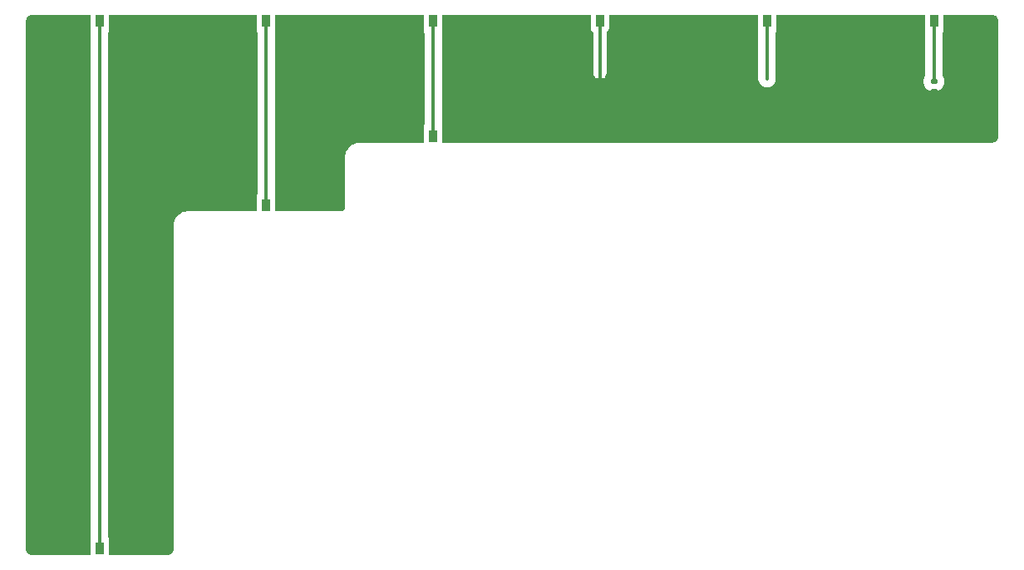
<source format=gbr>
%TF.GenerationSoftware,KiCad,Pcbnew,9.0.0*%
%TF.CreationDate,2025-07-17T14:07:15-07:00*%
%TF.ProjectId,TRL_fixture_JLC04161H-7628,54524c5f-6669-4787-9475-72655f4a4c43,rev?*%
%TF.SameCoordinates,Original*%
%TF.FileFunction,Copper,L1,Top*%
%TF.FilePolarity,Positive*%
%FSLAX46Y46*%
G04 Gerber Fmt 4.6, Leading zero omitted, Abs format (unit mm)*
G04 Created by KiCad (PCBNEW 9.0.0) date 2025-07-17 14:07:15*
%MOMM*%
%LPD*%
G01*
G04 APERTURE LIST*
G04 Aperture macros list*
%AMRoundRect*
0 Rectangle with rounded corners*
0 $1 Rounding radius*
0 $2 $3 $4 $5 $6 $7 $8 $9 X,Y pos of 4 corners*
0 Add a 4 corners polygon primitive as box body*
4,1,4,$2,$3,$4,$5,$6,$7,$8,$9,$2,$3,0*
0 Add four circle primitives for the rounded corners*
1,1,$1+$1,$2,$3*
1,1,$1+$1,$4,$5*
1,1,$1+$1,$6,$7*
1,1,$1+$1,$8,$9*
0 Add four rect primitives between the rounded corners*
20,1,$1+$1,$2,$3,$4,$5,0*
20,1,$1+$1,$4,$5,$6,$7,0*
20,1,$1+$1,$6,$7,$8,$9,0*
20,1,$1+$1,$8,$9,$2,$3,0*%
G04 Aperture macros list end*
%TA.AperFunction,Conductor*%
%ADD10C,0.200000*%
%TD*%
%TA.AperFunction,EtchedComponent*%
%ADD11C,0.000000*%
%TD*%
%TA.AperFunction,SMDPad,CuDef*%
%ADD12C,0.300000*%
%TD*%
%TA.AperFunction,SMDPad,CuDef*%
%ADD13C,0.223606*%
%TD*%
%TA.AperFunction,SMDPad,CuDef*%
%ADD14R,0.889000X1.270000*%
%TD*%
%TA.AperFunction,SMDPad,CuDef*%
%ADD15R,2.286000X4.572000*%
%TD*%
%TA.AperFunction,SMDPad,CuDef*%
%ADD16RoundRect,0.135000X-0.185000X0.135000X-0.185000X-0.135000X0.185000X-0.135000X0.185000X0.135000X0*%
%TD*%
%TA.AperFunction,ViaPad*%
%ADD17C,0.600000*%
%TD*%
%TA.AperFunction,Conductor*%
%ADD18C,0.350000*%
%TD*%
G04 APERTURE END LIST*
%TO.N,GND*%
D10*
X107343000Y-101000000D02*
X110593000Y-101000000D01*
X110593000Y-102750000D01*
X107343000Y-102750000D01*
X107343000Y-101000000D01*
%TA.AperFunction,Conductor*%
G36*
X107343000Y-101000000D02*
G01*
X110593000Y-101000000D01*
X110593000Y-102750000D01*
X107343000Y-102750000D01*
X107343000Y-101000000D01*
G37*
%TD.AperFunction*%
D11*
%TA.AperFunction,EtchedComponent*%
%TD*%
%TO.C,NT1*%
G36*
X109137500Y-101250000D02*
G01*
X108787500Y-101250000D01*
X108787500Y-100250000D01*
X109137500Y-100250000D01*
X109137500Y-101250000D01*
G37*
%TD.AperFunction*%
D12*
%TO.P,NT1,2,2*%
%TO.N,/SHORT*%
X108937500Y-100400000D03*
D13*
%TO.P,NT1,1,1*%
%TO.N,GND*%
X108937500Y-101100000D03*
%TD*%
D14*
%TO.P,J1,1,In*%
%TO.N,Net-(J1-In)*%
X91968000Y-95135000D03*
D15*
%TO.P,J1,2,Ext*%
%TO.N,GND*%
X89936000Y-96786000D03*
X94000000Y-96786000D03*
%TD*%
D14*
%TO.P,J5,1,In*%
%TO.N,Net-(J5-In)*%
X142968000Y-95135000D03*
D15*
%TO.P,J5,2,Ext*%
%TO.N,GND*%
X140936000Y-96786000D03*
X145000000Y-96786000D03*
%TD*%
D14*
%TO.P,J8,1,In*%
%TO.N,Net-(J8-In)*%
X57968000Y-148865000D03*
D15*
%TO.P,J8,2,Ext*%
%TO.N,GND*%
X60000000Y-147214000D03*
X55936000Y-147214000D03*
%TD*%
D14*
%TO.P,J4,1,In*%
%TO.N,unconnected-(J4-In-Pad1)*%
X125968000Y-95135000D03*
D15*
%TO.P,J4,2,Ext*%
%TO.N,GND*%
X123936000Y-96786000D03*
X128000000Y-96786000D03*
%TD*%
D14*
%TO.P,J9,1,In*%
%TO.N,Net-(J8-In)*%
X57968000Y-95135000D03*
D15*
%TO.P,J9,2,Ext*%
%TO.N,GND*%
X55936000Y-96786000D03*
X60000000Y-96786000D03*
%TD*%
D14*
%TO.P,J6,1,In*%
%TO.N,Net-(J6-In)*%
X74968000Y-95135000D03*
D15*
%TO.P,J6,2,Ext*%
%TO.N,GND*%
X72936000Y-96786000D03*
X77000000Y-96786000D03*
%TD*%
D14*
%TO.P,J7,1,In*%
%TO.N,Net-(J6-In)*%
X74968000Y-113865000D03*
D15*
%TO.P,J7,2,Ext*%
%TO.N,GND*%
X77000000Y-112214000D03*
X72936000Y-112214000D03*
%TD*%
D16*
%TO.P,R1,1*%
%TO.N,Net-(J5-In)*%
X142968000Y-101240000D03*
%TO.P,R1,2*%
%TO.N,GND*%
X142968000Y-102260000D03*
%TD*%
D14*
%TO.P,J2,1,In*%
%TO.N,Net-(J1-In)*%
X91968000Y-106865000D03*
D15*
%TO.P,J2,2,Ext*%
%TO.N,GND*%
X94000000Y-105214000D03*
X89936000Y-105214000D03*
%TD*%
D14*
%TO.P,J3,1,In*%
%TO.N,/SHORT*%
X108968000Y-95135000D03*
D15*
%TO.P,J3,2,Ext*%
%TO.N,GND*%
X106936000Y-96786000D03*
X111000000Y-96786000D03*
%TD*%
D17*
%TO.N,GND*%
X60000000Y-105000000D03*
X60000000Y-115000000D03*
X60000000Y-132500000D03*
X107000000Y-100000000D03*
X60000000Y-122500000D03*
X138250000Y-95000000D03*
X73000000Y-107500000D03*
X96500000Y-95000000D03*
X56000000Y-105000000D03*
X62500000Y-144750000D03*
X56000000Y-127500000D03*
X77000000Y-100000000D03*
X60000000Y-140000000D03*
X60000000Y-112500000D03*
X96750000Y-102500000D03*
X56000000Y-125000000D03*
X130750000Y-95000000D03*
X111000000Y-100000000D03*
X60000000Y-143500000D03*
X121250000Y-99000000D03*
X145000000Y-100000000D03*
X147500000Y-95000000D03*
X60000000Y-137500000D03*
X62500000Y-99000000D03*
X87250000Y-95000000D03*
X70000000Y-109750000D03*
X104250000Y-95000000D03*
X60000000Y-100000000D03*
X77000000Y-102500000D03*
X70000000Y-113750000D03*
X124000000Y-100000000D03*
X60000000Y-102500000D03*
X56000000Y-130000000D03*
X77000000Y-105250000D03*
X56000000Y-100000000D03*
X56000000Y-132500000D03*
X77000000Y-107500000D03*
X96750000Y-106500000D03*
X109000000Y-101750000D03*
X53500000Y-95000000D03*
X77000000Y-109500000D03*
X62500000Y-148750000D03*
X104250000Y-99000000D03*
X138250000Y-99000000D03*
X60000000Y-127500000D03*
X113500000Y-95000000D03*
X80000000Y-113750000D03*
X56000000Y-143500000D03*
X56000000Y-120000000D03*
X60000000Y-135000000D03*
X143000000Y-103250000D03*
X62500000Y-95000000D03*
X87250000Y-99000000D03*
X56000000Y-122500000D03*
X56000000Y-140000000D03*
X121250000Y-95000000D03*
X56000000Y-110000000D03*
X126000000Y-102750000D03*
X56000000Y-102500000D03*
X60000000Y-117500000D03*
X73000000Y-102500000D03*
X52750000Y-148750000D03*
X60000000Y-125000000D03*
X56000000Y-115000000D03*
X90000000Y-100000000D03*
X73000000Y-100000000D03*
X94000000Y-102250000D03*
X141000000Y-100000000D03*
X90000000Y-102250000D03*
X60000000Y-130000000D03*
X56000000Y-135000000D03*
X56000000Y-137500000D03*
X60000000Y-110000000D03*
X56000000Y-117500000D03*
X87250000Y-106500000D03*
X60000000Y-107500000D03*
X128000000Y-100000000D03*
X96500000Y-99000000D03*
X73000000Y-105250000D03*
X80000000Y-109750000D03*
X94000000Y-100000000D03*
X60000000Y-120000000D03*
X87250000Y-102500000D03*
X52750000Y-144750000D03*
X53500000Y-99000000D03*
X147500000Y-99000000D03*
X113500000Y-99000000D03*
X56000000Y-107500000D03*
X56000000Y-112500000D03*
X73000000Y-109500000D03*
X130750000Y-99000000D03*
%TD*%
D18*
%TO.N,Net-(J8-In)*%
X57968000Y-148865000D02*
X57968000Y-95168000D01*
%TO.N,/SHORT*%
X108968000Y-95135000D02*
X108968000Y-100250000D01*
%TO.N,Net-(J1-In)*%
X91970314Y-100997686D02*
X91968000Y-101000000D01*
X91970314Y-94719314D02*
X91970314Y-100997686D01*
X91968000Y-107283000D02*
X91968000Y-101004628D01*
X91968000Y-94717000D02*
X91970314Y-94719314D01*
%TO.N,unconnected-(J4-In-Pad1)*%
X125968000Y-94750000D02*
X125968000Y-101000000D01*
%TO.N,Net-(J5-In)*%
X142968000Y-94750000D02*
X142968000Y-101000000D01*
%TO.N,Net-(J6-In)*%
X74968000Y-94750000D02*
X74968000Y-114278372D01*
%TD*%
%TA.AperFunction,Conductor*%
%TO.N,GND*%
G36*
X56766039Y-94520185D02*
G01*
X56811794Y-94572989D01*
X56823000Y-94624500D01*
X56823000Y-95826613D01*
X56829413Y-95897192D01*
X56880022Y-96059606D01*
X56968030Y-96205188D01*
X57056181Y-96293339D01*
X57089666Y-96354662D01*
X57092500Y-96381020D01*
X57092500Y-147618980D01*
X57072815Y-147686019D01*
X57056181Y-147706661D01*
X56968031Y-147794810D01*
X56968030Y-147794811D01*
X56880022Y-147940393D01*
X56829413Y-148102807D01*
X56823000Y-148173386D01*
X56823000Y-149375500D01*
X56803315Y-149442539D01*
X56750511Y-149488294D01*
X56699000Y-149499500D01*
X51006962Y-149499500D01*
X50993078Y-149498720D01*
X50980553Y-149497308D01*
X50902735Y-149488540D01*
X50875666Y-149482362D01*
X50796462Y-149454648D01*
X50771444Y-149442600D01*
X50700395Y-149397957D01*
X50678686Y-149380644D01*
X50619355Y-149321313D01*
X50602042Y-149299604D01*
X50557399Y-149228555D01*
X50545351Y-149203537D01*
X50517637Y-149124333D01*
X50511459Y-149097263D01*
X50501280Y-149006922D01*
X50500500Y-148993038D01*
X50500500Y-95006961D01*
X50501280Y-94993077D01*
X50501280Y-94993076D01*
X50511460Y-94902729D01*
X50517635Y-94875670D01*
X50545353Y-94796456D01*
X50557396Y-94771450D01*
X50602046Y-94700389D01*
X50619351Y-94678690D01*
X50678690Y-94619351D01*
X50700389Y-94602046D01*
X50771450Y-94557396D01*
X50796456Y-94545353D01*
X50875670Y-94517635D01*
X50902733Y-94511459D01*
X50965419Y-94504396D01*
X50993079Y-94501280D01*
X51006962Y-94500500D01*
X51065892Y-94500500D01*
X56699000Y-94500500D01*
X56766039Y-94520185D01*
G37*
%TD.AperFunction*%
%TA.AperFunction,Conductor*%
G36*
X73766039Y-94520185D02*
G01*
X73811794Y-94572989D01*
X73823000Y-94624500D01*
X73823000Y-95826613D01*
X73829413Y-95897192D01*
X73880022Y-96059606D01*
X73968030Y-96205188D01*
X74056181Y-96293339D01*
X74089666Y-96354662D01*
X74092500Y-96381020D01*
X74092500Y-112618980D01*
X74072815Y-112686019D01*
X74056181Y-112706661D01*
X73968031Y-112794810D01*
X73968030Y-112794811D01*
X73880022Y-112940393D01*
X73829413Y-113102807D01*
X73823000Y-113173386D01*
X73823000Y-114375500D01*
X73803315Y-114442539D01*
X73750511Y-114488294D01*
X73699000Y-114499500D01*
X66892682Y-114499500D01*
X66680235Y-114530044D01*
X66680225Y-114530047D01*
X66474284Y-114590517D01*
X66279061Y-114679672D01*
X66279048Y-114679679D01*
X66098485Y-114795720D01*
X65936275Y-114936275D01*
X65795720Y-115098485D01*
X65679679Y-115279048D01*
X65679672Y-115279061D01*
X65590517Y-115474284D01*
X65530047Y-115680225D01*
X65530044Y-115680235D01*
X65499500Y-115892682D01*
X65499500Y-148993038D01*
X65498720Y-149006922D01*
X65498720Y-149006923D01*
X65488540Y-149097264D01*
X65482362Y-149124333D01*
X65454648Y-149203537D01*
X65442600Y-149228555D01*
X65397957Y-149299604D01*
X65380644Y-149321313D01*
X65321313Y-149380644D01*
X65299604Y-149397957D01*
X65228555Y-149442600D01*
X65203537Y-149454648D01*
X65124333Y-149482362D01*
X65097264Y-149488540D01*
X65017075Y-149497576D01*
X65006921Y-149498720D01*
X64993038Y-149499500D01*
X59237000Y-149499500D01*
X59169961Y-149479815D01*
X59124206Y-149427011D01*
X59113000Y-149375500D01*
X59113000Y-148173386D01*
X59106586Y-148102807D01*
X59106586Y-148102804D01*
X59055978Y-147940394D01*
X58967972Y-147794815D01*
X58967970Y-147794813D01*
X58967969Y-147794811D01*
X58879819Y-147706661D01*
X58846334Y-147645338D01*
X58843500Y-147618980D01*
X58843500Y-96381020D01*
X58863185Y-96313981D01*
X58879819Y-96293339D01*
X58967968Y-96205189D01*
X58967969Y-96205188D01*
X58967972Y-96205185D01*
X59055978Y-96059606D01*
X59106586Y-95897196D01*
X59113000Y-95826616D01*
X59113000Y-94624500D01*
X59132685Y-94557461D01*
X59185489Y-94511706D01*
X59237000Y-94500500D01*
X73699000Y-94500500D01*
X73766039Y-94520185D01*
G37*
%TD.AperFunction*%
%TA.AperFunction,Conductor*%
G36*
X90766039Y-94520185D02*
G01*
X90811794Y-94572989D01*
X90823000Y-94624500D01*
X90823000Y-95826613D01*
X90829413Y-95897192D01*
X90880022Y-96059606D01*
X90968030Y-96205188D01*
X91058495Y-96295653D01*
X91091980Y-96356976D01*
X91094814Y-96383334D01*
X91094814Y-100889924D01*
X91093063Y-100907705D01*
X91093097Y-100907709D01*
X91092500Y-100913771D01*
X91092500Y-105618980D01*
X91072815Y-105686019D01*
X91056181Y-105706661D01*
X90968031Y-105794810D01*
X90968030Y-105794811D01*
X90880022Y-105940393D01*
X90829413Y-106102807D01*
X90823000Y-106173386D01*
X90823000Y-107375500D01*
X90803315Y-107442539D01*
X90750511Y-107488294D01*
X90699000Y-107499500D01*
X84392682Y-107499500D01*
X84180235Y-107530044D01*
X84180225Y-107530047D01*
X83974284Y-107590517D01*
X83779061Y-107679672D01*
X83779048Y-107679679D01*
X83598485Y-107795720D01*
X83436275Y-107936275D01*
X83295720Y-108098485D01*
X83179679Y-108279048D01*
X83179672Y-108279061D01*
X83090517Y-108474284D01*
X83030047Y-108680225D01*
X83030044Y-108680235D01*
X82999500Y-108892682D01*
X82999500Y-113993038D01*
X82998720Y-114006923D01*
X82988540Y-114097264D01*
X82982362Y-114124333D01*
X82954648Y-114203537D01*
X82942600Y-114228555D01*
X82897957Y-114299604D01*
X82880644Y-114321313D01*
X82821313Y-114380644D01*
X82799604Y-114397957D01*
X82728555Y-114442600D01*
X82703537Y-114454648D01*
X82624333Y-114482362D01*
X82597264Y-114488540D01*
X82517075Y-114497576D01*
X82506921Y-114498720D01*
X82493038Y-114499500D01*
X76237000Y-114499500D01*
X76169961Y-114479815D01*
X76124206Y-114427011D01*
X76113000Y-114375500D01*
X76113000Y-113173386D01*
X76106586Y-113102807D01*
X76106586Y-113102804D01*
X76055978Y-112940394D01*
X75967972Y-112794815D01*
X75967970Y-112794813D01*
X75967969Y-112794811D01*
X75879819Y-112706661D01*
X75846334Y-112645338D01*
X75843500Y-112618980D01*
X75843500Y-96381020D01*
X75863185Y-96313981D01*
X75879819Y-96293339D01*
X75967968Y-96205189D01*
X75967969Y-96205188D01*
X75967972Y-96205185D01*
X76055978Y-96059606D01*
X76106586Y-95897196D01*
X76113000Y-95826616D01*
X76113000Y-94624500D01*
X76132685Y-94557461D01*
X76185489Y-94511706D01*
X76237000Y-94500500D01*
X90699000Y-94500500D01*
X90766039Y-94520185D01*
G37*
%TD.AperFunction*%
%TA.AperFunction,Conductor*%
G36*
X107966039Y-94520185D02*
G01*
X108011794Y-94572989D01*
X108023000Y-94624500D01*
X108023000Y-95817870D01*
X108023001Y-95817876D01*
X108029408Y-95877483D01*
X108079702Y-96012328D01*
X108079706Y-96012335D01*
X108165951Y-96127543D01*
X108165952Y-96127544D01*
X108165954Y-96127546D01*
X108242813Y-96185082D01*
X108284682Y-96241014D01*
X108292500Y-96284347D01*
X108292500Y-100296068D01*
X108290117Y-100320260D01*
X108287000Y-100335931D01*
X108287000Y-100464069D01*
X108287000Y-100464071D01*
X108286999Y-100464071D01*
X108311997Y-100589738D01*
X108311999Y-100589744D01*
X108361033Y-100708124D01*
X108361038Y-100708133D01*
X108432223Y-100814668D01*
X108432226Y-100814672D01*
X108522827Y-100905273D01*
X108522831Y-100905276D01*
X108629366Y-100976461D01*
X108629372Y-100976464D01*
X108629373Y-100976465D01*
X108747756Y-101025501D01*
X108747760Y-101025501D01*
X108747761Y-101025502D01*
X108873428Y-101050500D01*
X108873431Y-101050500D01*
X109001571Y-101050500D01*
X109092853Y-101032342D01*
X109127244Y-101025501D01*
X109245627Y-100976465D01*
X109352169Y-100905276D01*
X109442776Y-100814669D01*
X109513965Y-100708127D01*
X109563001Y-100589744D01*
X109564843Y-100580482D01*
X109571899Y-100557222D01*
X109617540Y-100447036D01*
X109639641Y-100335931D01*
X109643500Y-100316533D01*
X109643500Y-96284347D01*
X109663185Y-96217308D01*
X109693185Y-96185083D01*
X109770046Y-96127546D01*
X109856296Y-96012331D01*
X109906591Y-95877483D01*
X109913000Y-95817873D01*
X109912999Y-94624499D01*
X109932684Y-94557461D01*
X109985487Y-94511706D01*
X110036999Y-94500500D01*
X124699000Y-94500500D01*
X124766039Y-94520185D01*
X124811794Y-94572989D01*
X124823000Y-94624500D01*
X124823000Y-95826613D01*
X124829413Y-95897192D01*
X124880022Y-96059606D01*
X124968030Y-96205188D01*
X125056181Y-96293339D01*
X125089666Y-96354662D01*
X125092500Y-96381020D01*
X125092500Y-101086233D01*
X125126143Y-101255366D01*
X125126146Y-101255378D01*
X125192138Y-101414698D01*
X125192145Y-101414711D01*
X125287954Y-101558098D01*
X125287957Y-101558102D01*
X125409897Y-101680042D01*
X125409901Y-101680045D01*
X125553288Y-101775854D01*
X125553301Y-101775861D01*
X125712621Y-101841853D01*
X125712626Y-101841855D01*
X125881766Y-101875499D01*
X125881769Y-101875500D01*
X125881771Y-101875500D01*
X126054231Y-101875500D01*
X126054232Y-101875499D01*
X126223374Y-101841855D01*
X126382705Y-101775858D01*
X126526099Y-101680045D01*
X126648045Y-101558099D01*
X126743858Y-101414705D01*
X126809855Y-101255374D01*
X126843500Y-101086229D01*
X126843500Y-96381020D01*
X126863185Y-96313981D01*
X126879819Y-96293339D01*
X126967968Y-96205189D01*
X126967969Y-96205188D01*
X126967972Y-96205185D01*
X127055978Y-96059606D01*
X127106586Y-95897196D01*
X127113000Y-95826616D01*
X127113000Y-94624500D01*
X127132685Y-94557461D01*
X127185489Y-94511706D01*
X127237000Y-94500500D01*
X141699000Y-94500500D01*
X141766039Y-94520185D01*
X141811794Y-94572989D01*
X141823000Y-94624500D01*
X141823000Y-95826613D01*
X141829413Y-95897192D01*
X141880022Y-96059606D01*
X141968030Y-96205188D01*
X142056181Y-96293339D01*
X142089666Y-96354662D01*
X142092500Y-96381020D01*
X142092500Y-100588549D01*
X142075892Y-100645376D01*
X142077858Y-100646351D01*
X141994125Y-100815180D01*
X141950267Y-100991539D01*
X141947500Y-101032347D01*
X141947500Y-101447653D01*
X141947501Y-101447657D01*
X141950266Y-101488455D01*
X141950266Y-101488456D01*
X141994125Y-101664819D01*
X142074870Y-101827626D01*
X142086309Y-101841856D01*
X142188728Y-101969272D01*
X142330373Y-102083129D01*
X142493182Y-102163875D01*
X142669542Y-102207733D01*
X142710345Y-102210500D01*
X143225654Y-102210499D01*
X143266458Y-102207733D01*
X143442818Y-102163875D01*
X143605627Y-102083129D01*
X143747272Y-101969272D01*
X143861129Y-101827627D01*
X143941875Y-101664818D01*
X143985733Y-101488458D01*
X143988500Y-101447655D01*
X143988499Y-101032346D01*
X143985733Y-100991542D01*
X143941875Y-100815182D01*
X143861129Y-100652373D01*
X143861128Y-100652371D01*
X143858142Y-100646351D01*
X143860107Y-100645376D01*
X143843500Y-100588549D01*
X143843500Y-96381020D01*
X143863185Y-96313981D01*
X143879819Y-96293339D01*
X143967968Y-96205189D01*
X143967969Y-96205188D01*
X143967972Y-96205185D01*
X144055978Y-96059606D01*
X144106586Y-95897196D01*
X144113000Y-95826616D01*
X144113000Y-94624500D01*
X144132685Y-94557461D01*
X144185489Y-94511706D01*
X144237000Y-94500500D01*
X148934108Y-94500500D01*
X148993038Y-94500500D01*
X149006922Y-94501280D01*
X149097266Y-94511459D01*
X149124331Y-94517636D01*
X149203540Y-94545352D01*
X149228553Y-94557398D01*
X149299606Y-94602043D01*
X149321313Y-94619355D01*
X149380644Y-94678686D01*
X149397957Y-94700395D01*
X149442600Y-94771444D01*
X149454648Y-94796462D01*
X149482362Y-94875666D01*
X149488540Y-94902735D01*
X149498720Y-94993076D01*
X149499500Y-95006961D01*
X149499500Y-106993038D01*
X149498720Y-107006923D01*
X149488540Y-107097264D01*
X149482362Y-107124333D01*
X149454648Y-107203537D01*
X149442600Y-107228555D01*
X149397957Y-107299604D01*
X149380644Y-107321313D01*
X149321313Y-107380644D01*
X149299604Y-107397957D01*
X149228555Y-107442600D01*
X149203537Y-107454648D01*
X149124333Y-107482362D01*
X149097264Y-107488540D01*
X149017075Y-107497576D01*
X149006921Y-107498720D01*
X148993038Y-107499500D01*
X93237000Y-107499500D01*
X93169961Y-107479815D01*
X93124206Y-107427011D01*
X93113000Y-107375500D01*
X93113000Y-106173386D01*
X93106586Y-106102807D01*
X93106586Y-106102804D01*
X93055978Y-105940394D01*
X92967972Y-105794815D01*
X92967970Y-105794813D01*
X92967969Y-105794811D01*
X92879819Y-105706661D01*
X92846334Y-105645338D01*
X92843500Y-105618980D01*
X92843500Y-101107761D01*
X92845251Y-101089983D01*
X92845217Y-101089980D01*
X92845814Y-101083917D01*
X92845814Y-96378705D01*
X92865499Y-96311666D01*
X92882128Y-96291028D01*
X92967972Y-96205185D01*
X93055978Y-96059606D01*
X93106586Y-95897196D01*
X93113000Y-95826616D01*
X93113000Y-94624500D01*
X93132685Y-94557461D01*
X93185489Y-94511706D01*
X93237000Y-94500500D01*
X107899000Y-94500500D01*
X107966039Y-94520185D01*
G37*
%TD.AperFunction*%
%TD*%
M02*

</source>
